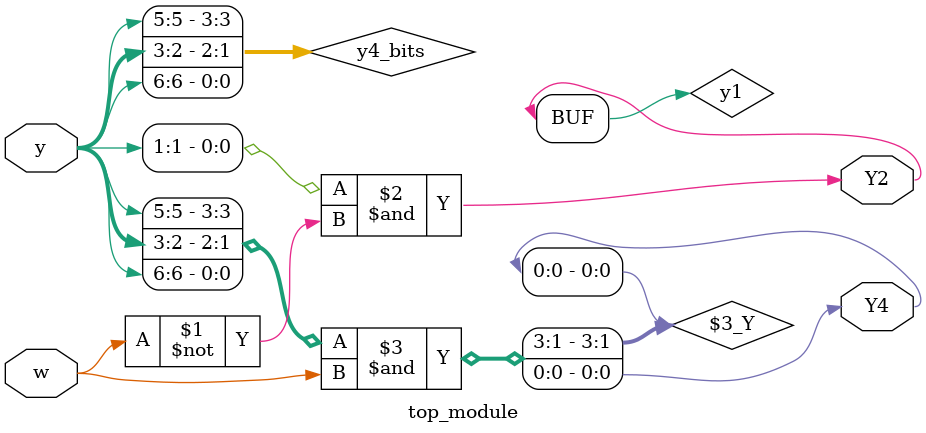
<source format=sv>
module top_module (
	input [6:1] y,
	input w,
	output Y2,
	output Y4
);
	wire y1;
	wire [3:0] y4_bits;
	
	assign y1 = y[1] & ~w;
	assign y4_bits = {y[5], y[3], y[2], y[6]};
	assign Y2 = y1;
	assign Y4 = y4_bits & w;
endmodule

</source>
